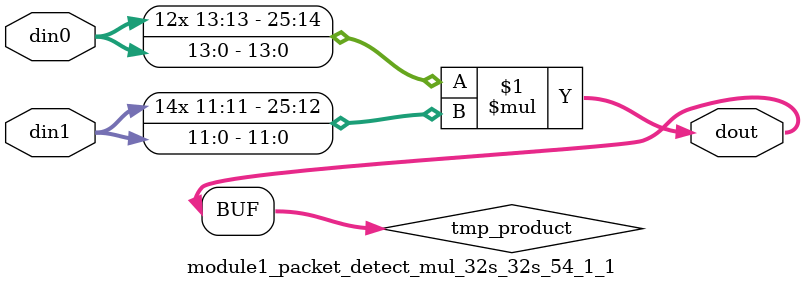
<source format=v>

`timescale 1 ns / 1 ps

 module module1_packet_detect_mul_32s_32s_54_1_1(din0, din1, dout);
parameter ID = 1;
parameter NUM_STAGE = 0;
parameter din0_WIDTH = 14;
parameter din1_WIDTH = 12;
parameter dout_WIDTH = 26;

input [din0_WIDTH - 1 : 0] din0; 
input [din1_WIDTH - 1 : 0] din1; 
output [dout_WIDTH - 1 : 0] dout;

wire signed [dout_WIDTH - 1 : 0] tmp_product;



























assign tmp_product = $signed(din0) * $signed(din1);








assign dout = tmp_product;





















endmodule

</source>
